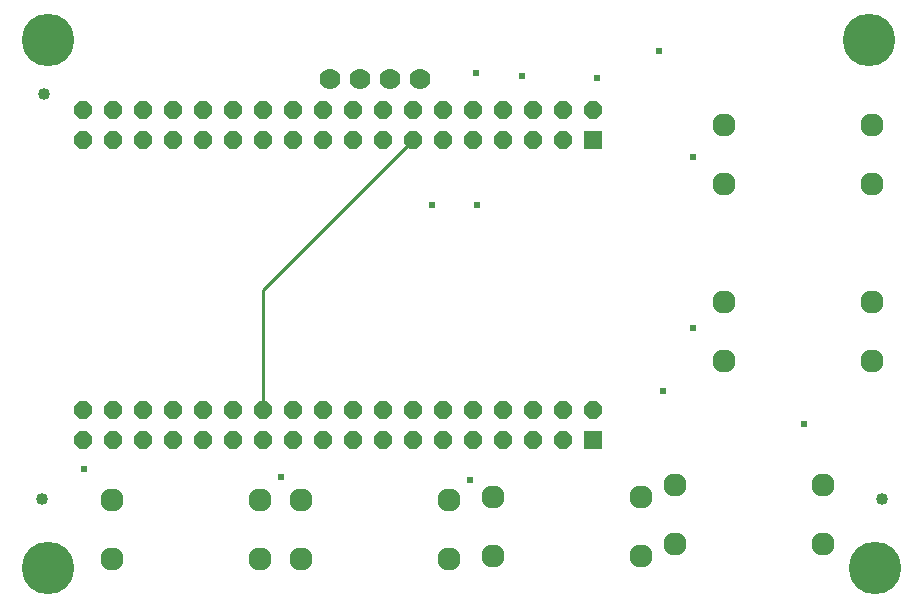
<source format=gbr>
G04 EAGLE Gerber RS-274X export*
G75*
%MOMM*%
%FSLAX34Y34*%
%LPD*%
%INBottom Copper*%
%IPPOS*%
%AMOC8*
5,1,8,0,0,1.08239X$1,22.5*%
G01*
%ADD10C,1.778000*%
%ADD11R,1.524000X1.524000*%
%ADD12P,1.649562X8X202.500000*%
%ADD13C,1.960000*%
%ADD14C,4.445000*%
%ADD15C,1.016000*%
%ADD16C,0.609600*%
%ADD17C,0.254000*%


D10*
X345440Y444500D03*
X320040Y444500D03*
X294640Y444500D03*
X269240Y444500D03*
D11*
X492080Y139440D03*
D12*
X492080Y164840D03*
X466680Y139440D03*
X466680Y164840D03*
X441280Y139440D03*
X441280Y164840D03*
X415880Y139440D03*
X415880Y164840D03*
X390480Y139440D03*
X390480Y164840D03*
X365080Y139440D03*
X365080Y164840D03*
X339680Y139440D03*
X339680Y164840D03*
X314280Y139440D03*
X314280Y164840D03*
X288880Y139440D03*
X288880Y164840D03*
X263480Y139440D03*
X263480Y164840D03*
X238080Y139440D03*
X238080Y164840D03*
X212680Y139440D03*
X212680Y164840D03*
X187280Y139440D03*
X187280Y164840D03*
X161880Y139440D03*
X161880Y164840D03*
X136480Y139440D03*
X136480Y164840D03*
X111080Y139440D03*
X111080Y164840D03*
X85680Y139440D03*
X85680Y164840D03*
X60280Y139440D03*
X60280Y164840D03*
D11*
X492080Y393440D03*
D12*
X492080Y418840D03*
X466680Y393440D03*
X466680Y418840D03*
X441280Y393440D03*
X441280Y418840D03*
X415880Y393440D03*
X415880Y418840D03*
X390480Y393440D03*
X390480Y418840D03*
X365080Y393440D03*
X365080Y418840D03*
X339680Y393440D03*
X339680Y418840D03*
X314280Y393440D03*
X314280Y418840D03*
X288880Y393440D03*
X288880Y418840D03*
X263480Y393440D03*
X263480Y418840D03*
X238080Y393440D03*
X238080Y418840D03*
X212680Y393440D03*
X212680Y418840D03*
X187280Y393440D03*
X187280Y418840D03*
X161880Y393440D03*
X161880Y418840D03*
X136480Y393440D03*
X136480Y418840D03*
X111080Y393440D03*
X111080Y418840D03*
X85680Y393440D03*
X85680Y418840D03*
X60280Y393440D03*
X60280Y418840D03*
D13*
X532400Y91040D03*
X532400Y41040D03*
X407400Y41040D03*
X407400Y91040D03*
X686070Y101200D03*
X686070Y51200D03*
X561070Y51200D03*
X561070Y101200D03*
X727980Y256140D03*
X727980Y206140D03*
X602980Y206140D03*
X602980Y256140D03*
X727980Y406000D03*
X727980Y356000D03*
X602980Y356000D03*
X602980Y406000D03*
X369840Y88500D03*
X369840Y38500D03*
X244840Y38500D03*
X244840Y88500D03*
X209820Y88500D03*
X209820Y38500D03*
X84820Y38500D03*
X84820Y88500D03*
D14*
X30480Y477520D03*
X725170Y477520D03*
X730250Y30480D03*
X30480Y30480D03*
D15*
X26670Y431800D03*
X25400Y88900D03*
X736600Y88900D03*
D16*
X547370Y468630D03*
X495300Y445770D03*
X431800Y447040D03*
X392430Y449580D03*
X670560Y152400D03*
X393700Y337820D03*
X355600Y337820D03*
X60960Y114300D03*
X227330Y107950D03*
X387350Y105410D03*
X551180Y180340D03*
X576580Y233680D03*
X576580Y378460D03*
D17*
X212680Y266440D02*
X212680Y164840D01*
X212680Y266440D02*
X339680Y393440D01*
M02*

</source>
